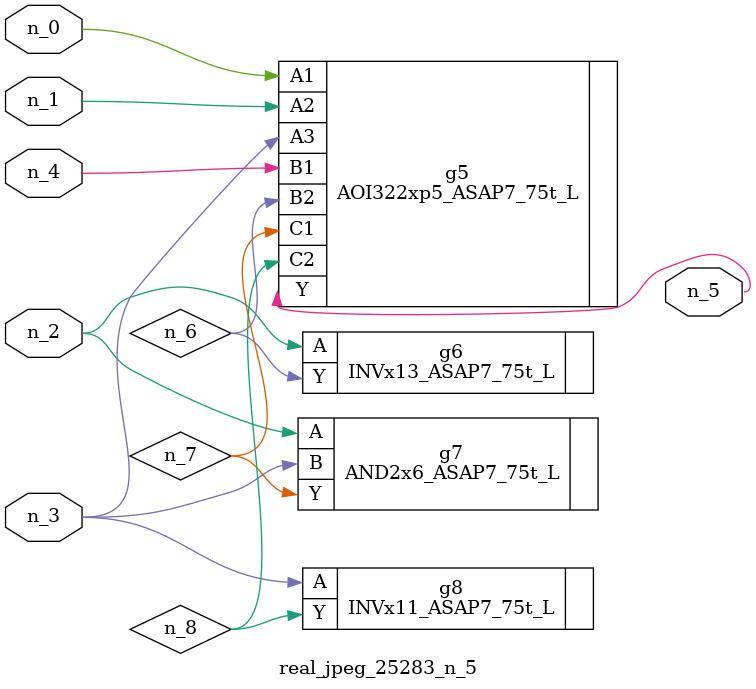
<source format=v>
module real_jpeg_25283_n_5 (n_4, n_0, n_1, n_2, n_3, n_5);

input n_4;
input n_0;
input n_1;
input n_2;
input n_3;

output n_5;

wire n_8;
wire n_6;
wire n_7;

AOI322xp5_ASAP7_75t_L g5 ( 
.A1(n_0),
.A2(n_1),
.A3(n_3),
.B1(n_4),
.B2(n_6),
.C1(n_7),
.C2(n_8),
.Y(n_5)
);

INVx13_ASAP7_75t_L g6 ( 
.A(n_2),
.Y(n_6)
);

AND2x6_ASAP7_75t_L g7 ( 
.A(n_2),
.B(n_3),
.Y(n_7)
);

INVx11_ASAP7_75t_L g8 ( 
.A(n_3),
.Y(n_8)
);


endmodule
</source>
